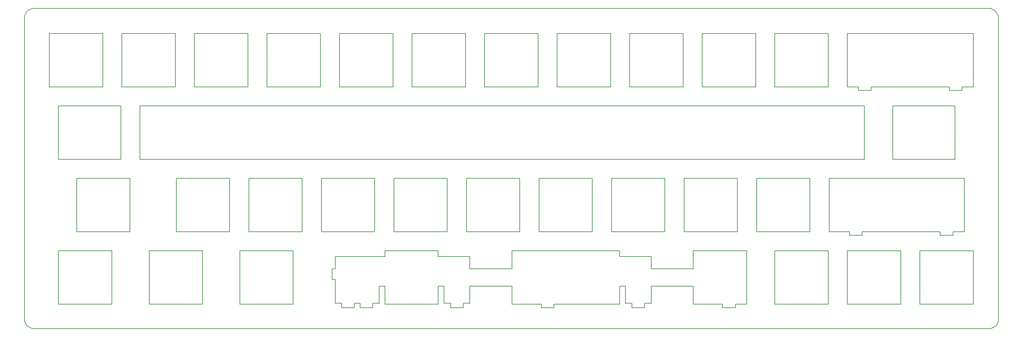
<source format=gbr>
G04 #@! TF.GenerationSoftware,KiCad,Pcbnew,(5.0.2)-1*
G04 #@! TF.CreationDate,2019-05-02T00:05:32-04:00*
G04 #@! TF.ProjectId,switch_plate,73776974-6368-45f7-906c-6174652e6b69,rev?*
G04 #@! TF.SameCoordinates,Original*
G04 #@! TF.FileFunction,Profile,NP*
%FSLAX46Y46*%
G04 Gerber Fmt 4.6, Leading zero omitted, Abs format (unit mm)*
G04 Created by KiCad (PCBNEW (5.0.2)-1) date 5/2/2019 12:05:32 AM*
%MOMM*%
%LPD*%
G01*
G04 APERTURE LIST*
%ADD10C,0.200000*%
%ADD11C,0.150000*%
G04 APERTURE END LIST*
D10*
X173329600Y-94297500D02*
X173329600Y-89598500D01*
X118833900Y-37147500D02*
X118833900Y-23139400D01*
X173329600Y-89598500D02*
X174840900Y-89598500D01*
X132842000Y-37147500D02*
X118833900Y-37147500D01*
X49784000Y-80289400D02*
X63792100Y-80289400D01*
X73583800Y-80289400D02*
X87604600Y-80289400D01*
X25971500Y-80289400D02*
X39979600Y-80289400D01*
X192659000Y-94297500D02*
X200380600Y-94297500D01*
X145034000Y-84988400D02*
X133972300Y-84988400D01*
X181597300Y-81762600D02*
X173329600Y-81762600D01*
X133972300Y-84988400D02*
X133972300Y-81762600D01*
X192659000Y-84988400D02*
X181597300Y-84988400D01*
X156083000Y-94297500D02*
X159042100Y-94297500D01*
X159042100Y-94297500D02*
X173329600Y-94297500D01*
X133972300Y-89598500D02*
X145034000Y-89598500D01*
X25971500Y-94297500D02*
X25971500Y-80289400D01*
X110172500Y-94068900D02*
X110172500Y-89598500D01*
X39979600Y-80289400D02*
X39979600Y-94297500D01*
X181597300Y-89598500D02*
X192659000Y-89598500D01*
X145034000Y-80289400D02*
X145034000Y-84988400D01*
X125704600Y-81762600D02*
X125704600Y-80289400D01*
X181597300Y-94068900D02*
X181597300Y-89598500D01*
X125704600Y-80289400D02*
X111696500Y-80289400D01*
X181597300Y-84988400D02*
X181597300Y-81762600D01*
X111696500Y-89598500D02*
X111696500Y-94297500D01*
X108458000Y-94068900D02*
X110172500Y-94068900D01*
X97828100Y-84988400D02*
X97828100Y-87807800D01*
X133972300Y-94068900D02*
X133972300Y-89598500D01*
X125704600Y-94297500D02*
X125704600Y-89598500D01*
X111696500Y-94297500D02*
X125704600Y-94297500D01*
X127215900Y-89598500D02*
X127215900Y-94068900D01*
X110172500Y-89598500D02*
X111696500Y-89598500D01*
X132257800Y-94068900D02*
X133972300Y-94068900D01*
X127215900Y-94068900D02*
X128943100Y-94068900D01*
X98653600Y-81762600D02*
X98653600Y-84988400D01*
X111696500Y-81762600D02*
X98653600Y-81762600D01*
X145034000Y-89598500D02*
X145034000Y-94297500D01*
X97828100Y-87807800D02*
X98653600Y-87807800D01*
X103695500Y-94068900D02*
X105143300Y-94068900D01*
X114071400Y-61239400D02*
X128079500Y-61239400D01*
X109029500Y-61239400D02*
X109029500Y-75260200D01*
X257530600Y-76225400D02*
X260845300Y-76225400D01*
X185229500Y-75247500D02*
X171221400Y-75247500D01*
X247142000Y-80289400D02*
X247142000Y-94297500D01*
X111696500Y-80289400D02*
X111696500Y-81762600D01*
X166179500Y-75247500D02*
X152171400Y-75247500D01*
X30734000Y-61239400D02*
X44742100Y-61239400D01*
X125704600Y-89598500D02*
X127215900Y-89598500D01*
X98653600Y-84988400D02*
X97828100Y-84988400D01*
X237045500Y-75247500D02*
X257530600Y-75247500D01*
X228371400Y-61239400D02*
X228371400Y-75247500D01*
X95021400Y-75247500D02*
X95021400Y-61239400D01*
X56921400Y-75247500D02*
X56921400Y-61239400D01*
X98653600Y-87807800D02*
X98653600Y-94068900D01*
X257530600Y-75247500D02*
X257530600Y-76225400D01*
X147129500Y-61239400D02*
X147129500Y-75247500D01*
X114071400Y-75247500D02*
X114071400Y-61239400D01*
X147129500Y-75247500D02*
X133121400Y-75247500D01*
X98653600Y-94068900D02*
X100380800Y-94068900D01*
X145034000Y-94297500D02*
X152768300Y-94297500D01*
X95021400Y-61239400D02*
X109029500Y-61239400D01*
X223329500Y-61239400D02*
X223329500Y-75247500D01*
X233730800Y-76225400D02*
X237045500Y-76225400D01*
X75971400Y-61239400D02*
X89979500Y-61239400D01*
X263817100Y-75247500D02*
X263817100Y-61239400D01*
X89979500Y-61239400D02*
X89979500Y-75247500D01*
X128079500Y-61239400D02*
X128079500Y-75247500D01*
X233730800Y-75247500D02*
X233730800Y-76225400D01*
X133121400Y-61239400D02*
X147129500Y-61239400D01*
X44742100Y-61239400D02*
X44742100Y-75247500D01*
X128079500Y-75247500D02*
X114071400Y-75247500D01*
X42354500Y-56197500D02*
X25971500Y-56197500D01*
X70929500Y-61239400D02*
X70929500Y-75247500D01*
X252183900Y-80289400D02*
X266192000Y-80289400D01*
X75971400Y-75247500D02*
X75971400Y-61239400D01*
X214083900Y-94297500D02*
X214083900Y-80289400D01*
X260845300Y-75247500D02*
X263817100Y-75247500D01*
X237045500Y-76225400D02*
X237045500Y-75247500D01*
X247142000Y-94297500D02*
X233133900Y-94297500D01*
X228371400Y-75247500D02*
X233730800Y-75247500D01*
X42354500Y-42189400D02*
X42354500Y-56197500D01*
X233133900Y-80289400D02*
X247142000Y-80289400D01*
X133121400Y-75247500D02*
X133121400Y-61239400D01*
X89979500Y-75247500D02*
X75971400Y-75247500D01*
X152171400Y-75247500D02*
X152171400Y-61239400D01*
X152171400Y-61239400D02*
X166179500Y-61239400D01*
X223329500Y-75247500D02*
X209321400Y-75247500D01*
X190271400Y-75247500D02*
X190271400Y-61239400D01*
X171221400Y-75247500D02*
X171221400Y-61239400D01*
X171221400Y-61239400D02*
X185229500Y-61239400D01*
X204279500Y-75247500D02*
X190271400Y-75247500D01*
X252183900Y-94297500D02*
X252183900Y-80289400D01*
X56921400Y-61239400D02*
X70929500Y-61239400D01*
X233133900Y-94297500D02*
X233133900Y-80289400D01*
X30721300Y-75247500D02*
X30734000Y-61239400D01*
X204279500Y-61239400D02*
X204279500Y-75247500D01*
X209321400Y-61239400D02*
X223329500Y-61239400D01*
X263817100Y-61239400D02*
X228371400Y-61239400D01*
X109029500Y-75260200D02*
X95021400Y-75247500D01*
X185229500Y-61239400D02*
X185229500Y-75247500D01*
X209321400Y-75247500D02*
X209308700Y-61239400D01*
X44742100Y-75247500D02*
X30721300Y-75247500D01*
X266192000Y-80289400D02*
X266192000Y-94297500D01*
X266192000Y-94297500D02*
X252183900Y-94297500D01*
X260845300Y-76225400D02*
X260845300Y-75247500D01*
X25971500Y-42189400D02*
X42354500Y-42189400D01*
X70929500Y-75247500D02*
X56921400Y-75247500D01*
X166179500Y-61239400D02*
X166179500Y-75247500D01*
X190271400Y-61239400D02*
X204279500Y-61239400D01*
X179882800Y-94068900D02*
X181597300Y-94068900D01*
X174840900Y-94068900D02*
X176568100Y-94068900D01*
X63792100Y-80289400D02*
X63792100Y-94297500D01*
X49784000Y-94297500D02*
X49784000Y-80289400D01*
X228092000Y-80289400D02*
X228092000Y-94297500D01*
X214083900Y-80289400D02*
X228092000Y-80289400D01*
X228092000Y-94297500D02*
X214083900Y-94297500D01*
X87604600Y-94297500D02*
X73583800Y-94297500D01*
X39979600Y-94297500D02*
X25971500Y-94297500D01*
X174840900Y-89598500D02*
X174840900Y-94068900D01*
X73583800Y-94297500D02*
X73583800Y-80289400D01*
X173329600Y-80289400D02*
X159131000Y-80289400D01*
X159131000Y-80289400D02*
X145034000Y-80289400D01*
X87604600Y-80289400D02*
X87604600Y-94297500D01*
X133972300Y-81762600D02*
X125704600Y-81762600D01*
X192659000Y-80289400D02*
X192659000Y-84988400D01*
X173329600Y-81762600D02*
X173329600Y-80289400D01*
X63792100Y-94297500D02*
X49784000Y-94297500D01*
X192659000Y-89598500D02*
X192659000Y-94297500D01*
X137883900Y-37147500D02*
X137883900Y-23139400D01*
X261429500Y-56197500D02*
X245046500Y-56197500D01*
X261429500Y-42189400D02*
X261429500Y-56197500D01*
X61683900Y-23139400D02*
X75692000Y-23139400D01*
X245046500Y-56197500D02*
X245046500Y-42189400D01*
X47396400Y-56197500D02*
X47396400Y-42189400D01*
X47396400Y-42189400D02*
X212521800Y-42189400D01*
X237617000Y-42189400D02*
X237617000Y-56197500D01*
X237617000Y-56197500D02*
X214236300Y-56197500D01*
X203695300Y-94297500D02*
X206667100Y-94297500D01*
X175983900Y-37147500D02*
X175983900Y-23139400D01*
X212521800Y-42189400D02*
X237617000Y-42189400D01*
X259918200Y-37147500D02*
X259918200Y-38112700D01*
X214236300Y-56197500D02*
X47396400Y-56197500D01*
X25971500Y-56197500D02*
X25971500Y-42189400D01*
X206667100Y-94297500D02*
X206667100Y-80289400D01*
X137883900Y-23139400D02*
X151892000Y-23139400D01*
X206667100Y-80289400D02*
X192659000Y-80289400D01*
X245046500Y-42189400D02*
X261429500Y-42189400D01*
X113792000Y-37147500D02*
X99783900Y-37147500D01*
X42633900Y-23139400D02*
X56642000Y-23139400D01*
X132842000Y-23139400D02*
X132842000Y-37147500D01*
X80733900Y-37147500D02*
X80733900Y-23139400D01*
X56642000Y-37147500D02*
X42633900Y-37147500D01*
X209042000Y-23139400D02*
X209042000Y-37147500D01*
X151892000Y-37147500D02*
X137883900Y-37147500D01*
X170942000Y-23139400D02*
X170942000Y-37147500D01*
X151892000Y-23139400D02*
X151892000Y-37147500D01*
X239420400Y-38112700D02*
X239420400Y-37147500D01*
X80733900Y-23139400D02*
X94742000Y-23139400D01*
X75692000Y-37147500D02*
X61683900Y-37147500D01*
X170942000Y-37147500D02*
X156933900Y-37147500D01*
X42633900Y-37147500D02*
X42633900Y-23139400D01*
X236118400Y-38112700D02*
X239420400Y-38112700D01*
X23596600Y-37134800D02*
X23596600Y-23139400D01*
X156933900Y-37147500D02*
X156933900Y-23139400D01*
X266192000Y-37147500D02*
X266192000Y-23139400D01*
X61683900Y-37147500D02*
X61683900Y-23139400D01*
X94742000Y-23139400D02*
X94742000Y-37147500D01*
X189992000Y-23139400D02*
X189992000Y-37147500D01*
X156933900Y-23139400D02*
X170942000Y-23139400D01*
X37592000Y-23139400D02*
X37592000Y-37147500D01*
X195033900Y-23139400D02*
X209042000Y-23139400D01*
X266192000Y-23139400D02*
X233133900Y-23139400D01*
X233133900Y-37147500D02*
X236118400Y-37147500D01*
X99783900Y-37147500D02*
X99783900Y-23139400D01*
X37592000Y-37147500D02*
X23596600Y-37134800D01*
X23596600Y-23139400D02*
X37592000Y-23139400D01*
X259918200Y-38112700D02*
X263220200Y-38112700D01*
X233121200Y-23139400D02*
X233133900Y-37147500D01*
X236118400Y-37147500D02*
X236118400Y-38112700D01*
X118833900Y-23139400D02*
X132842000Y-23139400D01*
X239420400Y-37147500D02*
X259918200Y-37147500D01*
X263220200Y-37147500D02*
X266192000Y-37147500D01*
X214083900Y-23139400D02*
X228092000Y-23139400D01*
X228092000Y-23139400D02*
X228092000Y-37147500D01*
X209042000Y-37147500D02*
X195033900Y-37147500D01*
X175983900Y-23139400D02*
X189992000Y-23139400D01*
X75692000Y-23139400D02*
X75692000Y-37147500D01*
X189992000Y-37147500D02*
X175983900Y-37147500D01*
X94742000Y-37147500D02*
X80733900Y-37147500D01*
X228092000Y-37147500D02*
X214083900Y-37147500D01*
X99783900Y-23139400D02*
X113792000Y-23139400D01*
X214083900Y-37147500D02*
X214083900Y-23139400D01*
X56642000Y-23139400D02*
X56642000Y-37147500D01*
X113792000Y-23139400D02*
X113792000Y-37147500D01*
X263220200Y-38112700D02*
X263220200Y-37147500D01*
X195033900Y-37147500D02*
X195033900Y-23139400D01*
X128943100Y-94068900D02*
X128943100Y-95275400D01*
X128943100Y-95275400D02*
X132257800Y-95275400D01*
X105143300Y-94068900D02*
X105143300Y-95275400D01*
X132257800Y-95275400D02*
X132257800Y-94068900D01*
X100380800Y-95275400D02*
X103695500Y-95275400D01*
X105143300Y-95275400D02*
X108458000Y-95275400D01*
X103695500Y-95275400D02*
X103695500Y-94068900D01*
X100380800Y-94068900D02*
X100380800Y-95275400D01*
X108458000Y-95275400D02*
X108458000Y-94068900D01*
X156083000Y-95275400D02*
X156083000Y-94297500D01*
X203695300Y-95275400D02*
X203695300Y-94297500D01*
X152768300Y-95275400D02*
X156083000Y-95275400D01*
X152768300Y-94297500D02*
X152768300Y-95275400D01*
X176568100Y-95275400D02*
X179882800Y-95275400D01*
X200380600Y-94297500D02*
X200380600Y-95275400D01*
X200380600Y-95275400D02*
X203695300Y-95275400D01*
X179882800Y-95275400D02*
X179882800Y-94068900D01*
X176568100Y-94068900D02*
X176568100Y-95275400D01*
D11*
X17716500Y-100076000D02*
X17081500Y-98806000D01*
X19050000Y-100774500D02*
X17716500Y-100076000D01*
X272224500Y-100012500D02*
X272796000Y-98856800D01*
X270764000Y-100774500D02*
X272224500Y-100012500D01*
X272097500Y-17272000D02*
X272796000Y-18542000D01*
X270764000Y-16510000D02*
X272097500Y-17272000D01*
X17716500Y-17208500D02*
X19050000Y-16510000D01*
X17081500Y-18542000D02*
X17716500Y-17208500D01*
X17081500Y-98806000D02*
X17081500Y-18542000D01*
X270764000Y-100774500D02*
X19050000Y-100774500D01*
X272796000Y-18542000D02*
X272796000Y-98856800D01*
X19050000Y-16510000D02*
X270764000Y-16510000D01*
M02*

</source>
